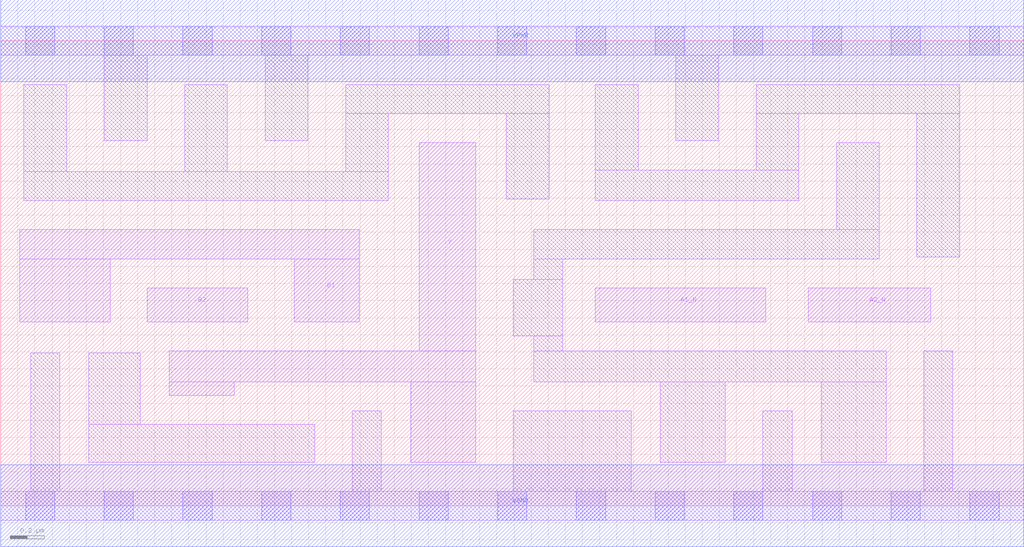
<source format=lef>
# Copyright 2020 The SkyWater PDK Authors
#
# Licensed under the Apache License, Version 2.0 (the "License");
# you may not use this file except in compliance with the License.
# You may obtain a copy of the License at
#
#     https://www.apache.org/licenses/LICENSE-2.0
#
# Unless required by applicable law or agreed to in writing, software
# distributed under the License is distributed on an "AS IS" BASIS,
# WITHOUT WARRANTIES OR CONDITIONS OF ANY KIND, either express or implied.
# See the License for the specific language governing permissions and
# limitations under the License.
#
# SPDX-License-Identifier: Apache-2.0

VERSION 5.7 ;
BUSBITCHARS "[]" ;
DIVIDERCHAR "/" ;
PROPERTYDEFINITIONS
  MACRO maskLayoutSubType STRING ;
  MACRO prCellType STRING ;
  MACRO originalViewName STRING ;
END PROPERTYDEFINITIONS
MACRO sky130_fd_sc_hdll__a2bb2oi_2
  ORIGIN  0.000000  0.000000 ;
  CLASS CORE ;
  SYMMETRY X Y R90 ;
  SIZE  5.980000 BY  2.720000 ;
  SITE unithd ;
  PIN A1_N
    ANTENNAGATEAREA  0.555000 ;
    DIRECTION INPUT ;
    USE SIGNAL ;
    PORT
      LAYER li1 ;
        RECT 3.475000 1.075000 4.470000 1.275000 ;
    END
  END A1_N
  PIN A2_N
    ANTENNAGATEAREA  0.555000 ;
    DIRECTION INPUT ;
    USE SIGNAL ;
    PORT
      LAYER li1 ;
        RECT 4.720000 1.075000 5.435000 1.275000 ;
    END
  END A2_N
  PIN B1
    ANTENNAGATEAREA  0.555000 ;
    DIRECTION INPUT ;
    USE SIGNAL ;
    PORT
      LAYER li1 ;
        RECT 0.110000 1.075000 0.640000 1.445000 ;
        RECT 0.110000 1.445000 2.095000 1.615000 ;
        RECT 1.715000 1.075000 2.095000 1.445000 ;
    END
  END B1
  PIN B2
    ANTENNAGATEAREA  0.555000 ;
    DIRECTION INPUT ;
    USE SIGNAL ;
    PORT
      LAYER li1 ;
        RECT 0.855000 1.075000 1.445000 1.275000 ;
    END
  END B2
  PIN VGND
    DIRECTION INOUT ;
    USE SIGNAL ;
    PORT
      LAYER met1 ;
        RECT 0.000000 -0.240000 5.980000 0.240000 ;
    END
  END VGND
  PIN VPWR
    DIRECTION INOUT ;
    USE SIGNAL ;
    PORT
      LAYER met1 ;
        RECT 0.000000 2.480000 5.980000 2.960000 ;
    END
  END VPWR
  PIN Y
    ANTENNADIFFAREA  0.738500 ;
    DIRECTION OUTPUT ;
    USE SIGNAL ;
    PORT
      LAYER li1 ;
        RECT 0.985000 0.645000 1.365000 0.725000 ;
        RECT 0.985000 0.725000 2.775000 0.905000 ;
        RECT 2.395000 0.255000 2.775000 0.725000 ;
        RECT 2.445000 0.905000 2.775000 2.125000 ;
    END
  END Y
  OBS
    LAYER li1 ;
      RECT 0.000000 -0.085000 5.980000 0.085000 ;
      RECT 0.000000  2.635000 5.980000 2.805000 ;
      RECT 0.135000  1.785000 2.265000 1.955000 ;
      RECT 0.135000  1.955000 0.385000 2.465000 ;
      RECT 0.175000  0.085000 0.345000 0.895000 ;
      RECT 0.515000  0.255000 1.835000 0.475000 ;
      RECT 0.515000  0.475000 0.815000 0.895000 ;
      RECT 0.605000  2.135000 0.855000 2.635000 ;
      RECT 1.075000  1.955000 1.325000 2.465000 ;
      RECT 1.545000  2.135000 1.795000 2.635000 ;
      RECT 2.015000  1.955000 2.265000 2.295000 ;
      RECT 2.015000  2.295000 3.205000 2.465000 ;
      RECT 2.055000  0.085000 2.225000 0.555000 ;
      RECT 2.955000  1.795000 3.205000 2.295000 ;
      RECT 2.995000  0.085000 3.685000 0.555000 ;
      RECT 2.995000  0.995000 3.285000 1.325000 ;
      RECT 3.115000  0.725000 5.175000 0.905000 ;
      RECT 3.115000  0.905000 3.285000 0.995000 ;
      RECT 3.115000  1.325000 3.285000 1.445000 ;
      RECT 3.115000  1.445000 5.135000 1.615000 ;
      RECT 3.475000  1.785000 4.665000 1.965000 ;
      RECT 3.475000  1.965000 3.725000 2.465000 ;
      RECT 3.855000  0.255000 4.235000 0.725000 ;
      RECT 3.945000  2.135000 4.195000 2.635000 ;
      RECT 4.415000  1.965000 4.665000 2.295000 ;
      RECT 4.415000  2.295000 5.605000 2.465000 ;
      RECT 4.455000  0.085000 4.625000 0.555000 ;
      RECT 4.795000  0.255000 5.175000 0.725000 ;
      RECT 4.885000  1.615000 5.135000 2.125000 ;
      RECT 5.355000  1.455000 5.605000 2.295000 ;
      RECT 5.395000  0.085000 5.565000 0.905000 ;
    LAYER mcon ;
      RECT 0.145000 -0.085000 0.315000 0.085000 ;
      RECT 0.145000  2.635000 0.315000 2.805000 ;
      RECT 0.605000 -0.085000 0.775000 0.085000 ;
      RECT 0.605000  2.635000 0.775000 2.805000 ;
      RECT 1.065000 -0.085000 1.235000 0.085000 ;
      RECT 1.065000  2.635000 1.235000 2.805000 ;
      RECT 1.525000 -0.085000 1.695000 0.085000 ;
      RECT 1.525000  2.635000 1.695000 2.805000 ;
      RECT 1.985000 -0.085000 2.155000 0.085000 ;
      RECT 1.985000  2.635000 2.155000 2.805000 ;
      RECT 2.445000 -0.085000 2.615000 0.085000 ;
      RECT 2.445000  2.635000 2.615000 2.805000 ;
      RECT 2.905000 -0.085000 3.075000 0.085000 ;
      RECT 2.905000  2.635000 3.075000 2.805000 ;
      RECT 3.365000 -0.085000 3.535000 0.085000 ;
      RECT 3.365000  2.635000 3.535000 2.805000 ;
      RECT 3.825000 -0.085000 3.995000 0.085000 ;
      RECT 3.825000  2.635000 3.995000 2.805000 ;
      RECT 4.285000 -0.085000 4.455000 0.085000 ;
      RECT 4.285000  2.635000 4.455000 2.805000 ;
      RECT 4.745000 -0.085000 4.915000 0.085000 ;
      RECT 4.745000  2.635000 4.915000 2.805000 ;
      RECT 5.205000 -0.085000 5.375000 0.085000 ;
      RECT 5.205000  2.635000 5.375000 2.805000 ;
      RECT 5.665000 -0.085000 5.835000 0.085000 ;
      RECT 5.665000  2.635000 5.835000 2.805000 ;
  END
  PROPERTY maskLayoutSubType "abstract" ;
  PROPERTY prCellType "standard" ;
  PROPERTY originalViewName "layout" ;
END sky130_fd_sc_hdll__a2bb2oi_2

</source>
